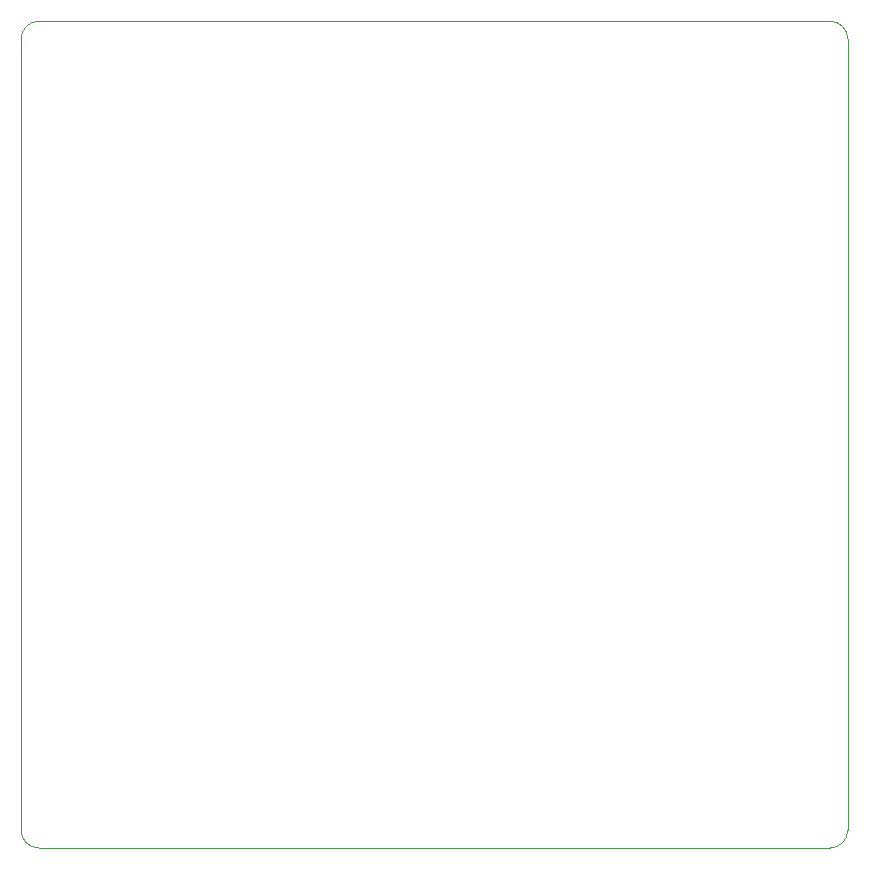
<source format=gbr>
%TF.GenerationSoftware,KiCad,Pcbnew,7.0.7*%
%TF.CreationDate,2024-02-10T01:31:47+05:30*%
%TF.ProjectId,PDB_Board,5044425f-426f-4617-9264-2e6b69636164,rev?*%
%TF.SameCoordinates,Original*%
%TF.FileFunction,Profile,NP*%
%FSLAX46Y46*%
G04 Gerber Fmt 4.6, Leading zero omitted, Abs format (unit mm)*
G04 Created by KiCad (PCBNEW 7.0.7) date 2024-02-10 01:31:47*
%MOMM*%
%LPD*%
G01*
G04 APERTURE LIST*
%TA.AperFunction,Profile*%
%ADD10C,0.050000*%
%TD*%
G04 APERTURE END LIST*
D10*
%TO.C,U1*%
X92965200Y-133372800D02*
X92965200Y-66372800D01*
X94465200Y-64872800D02*
X161465200Y-64872800D01*
X161465200Y-134872800D02*
X94465200Y-134872800D01*
X162965200Y-66372800D02*
X162965200Y-133372800D01*
X94465200Y-64872800D02*
G75*
G03*
X92965200Y-66372800I1J-1500001D01*
G01*
X92965200Y-133372800D02*
G75*
G03*
X94465200Y-134872800I1500001J1D01*
G01*
X162965200Y-66372800D02*
G75*
G03*
X161465200Y-64872800I-1500000J0D01*
G01*
X161465200Y-134872800D02*
G75*
G03*
X162965200Y-133372800I0J1500000D01*
G01*
%TD*%
M02*

</source>
